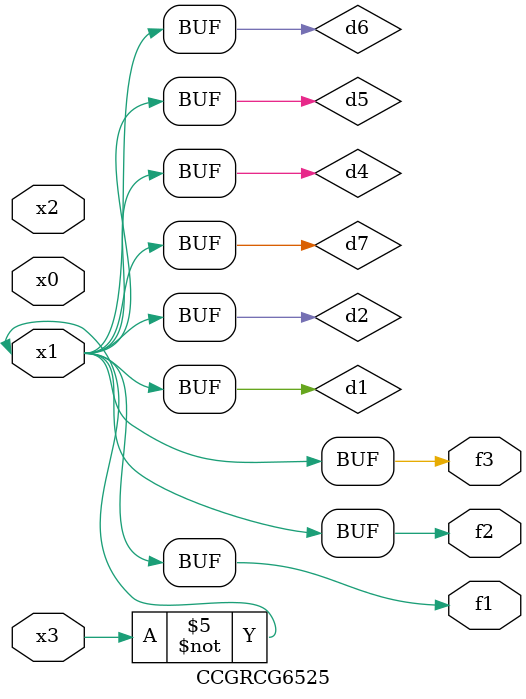
<source format=v>
module CCGRCG6525(
	input x0, x1, x2, x3,
	output f1, f2, f3
);

	wire d1, d2, d3, d4, d5, d6, d7;

	not (d1, x3);
	buf (d2, x1);
	xnor (d3, d1, d2);
	nor (d4, d1);
	buf (d5, d1, d2);
	buf (d6, d4, d5);
	nand (d7, d4);
	assign f1 = d6;
	assign f2 = d7;
	assign f3 = d6;
endmodule

</source>
